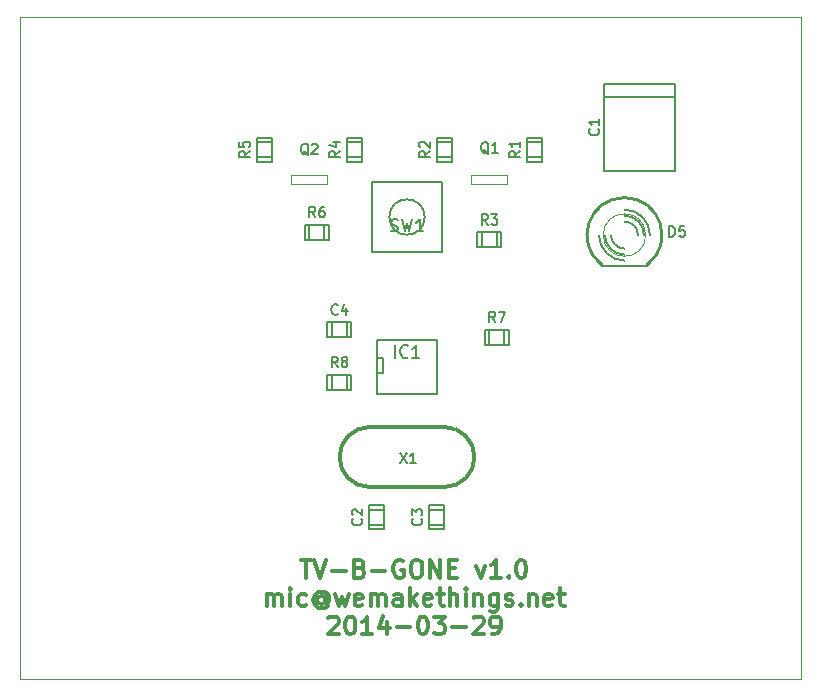
<source format=gto>
G04 (created by PCBNEW (2013-mar-13)-testing) date Sat 29 Mar 2014 06:27:09 PM CET*
%MOIN*%
G04 Gerber Fmt 3.4, Leading zero omitted, Abs format*
%FSLAX34Y34*%
G01*
G70*
G90*
G04 APERTURE LIST*
%ADD10C,0.005906*%
%ADD11C,0.011811*%
%ADD12C,0.003937*%
%ADD13C,0.005000*%
%ADD14C,0.004700*%
%ADD15C,0.008000*%
%ADD16C,0.003000*%
%ADD17C,0.010000*%
%ADD18C,0.006000*%
%ADD19C,0.012500*%
G04 APERTURE END LIST*
G54D10*
G54D11*
X42467Y-46426D02*
X42805Y-46426D01*
X42636Y-47017D02*
X42636Y-46426D01*
X42917Y-46426D02*
X43114Y-47017D01*
X43311Y-46426D01*
X43508Y-46792D02*
X43958Y-46792D01*
X44436Y-46707D02*
X44520Y-46735D01*
X44548Y-46764D01*
X44576Y-46820D01*
X44576Y-46904D01*
X44548Y-46960D01*
X44520Y-46989D01*
X44464Y-47017D01*
X44239Y-47017D01*
X44239Y-46426D01*
X44436Y-46426D01*
X44492Y-46454D01*
X44520Y-46482D01*
X44548Y-46539D01*
X44548Y-46595D01*
X44520Y-46651D01*
X44492Y-46679D01*
X44436Y-46707D01*
X44239Y-46707D01*
X44829Y-46792D02*
X45279Y-46792D01*
X45870Y-46454D02*
X45814Y-46426D01*
X45729Y-46426D01*
X45645Y-46454D01*
X45589Y-46510D01*
X45561Y-46567D01*
X45532Y-46679D01*
X45532Y-46764D01*
X45561Y-46876D01*
X45589Y-46932D01*
X45645Y-46989D01*
X45729Y-47017D01*
X45785Y-47017D01*
X45870Y-46989D01*
X45898Y-46960D01*
X45898Y-46764D01*
X45785Y-46764D01*
X46264Y-46426D02*
X46376Y-46426D01*
X46432Y-46454D01*
X46489Y-46510D01*
X46517Y-46623D01*
X46517Y-46820D01*
X46489Y-46932D01*
X46432Y-46989D01*
X46376Y-47017D01*
X46264Y-47017D01*
X46207Y-46989D01*
X46151Y-46932D01*
X46123Y-46820D01*
X46123Y-46623D01*
X46151Y-46510D01*
X46207Y-46454D01*
X46264Y-46426D01*
X46770Y-47017D02*
X46770Y-46426D01*
X47107Y-47017D01*
X47107Y-46426D01*
X47388Y-46707D02*
X47585Y-46707D01*
X47670Y-47017D02*
X47388Y-47017D01*
X47388Y-46426D01*
X47670Y-46426D01*
X48316Y-46623D02*
X48457Y-47017D01*
X48598Y-46623D01*
X49132Y-47017D02*
X48794Y-47017D01*
X48963Y-47017D02*
X48963Y-46426D01*
X48907Y-46510D01*
X48851Y-46567D01*
X48794Y-46595D01*
X49385Y-46960D02*
X49413Y-46989D01*
X49385Y-47017D01*
X49357Y-46989D01*
X49385Y-46960D01*
X49385Y-47017D01*
X49779Y-46426D02*
X49835Y-46426D01*
X49891Y-46454D01*
X49919Y-46482D01*
X49947Y-46539D01*
X49976Y-46651D01*
X49976Y-46792D01*
X49947Y-46904D01*
X49919Y-46960D01*
X49891Y-46989D01*
X49835Y-47017D01*
X49779Y-47017D01*
X49723Y-46989D01*
X49694Y-46960D01*
X49666Y-46904D01*
X49638Y-46792D01*
X49638Y-46651D01*
X49666Y-46539D01*
X49694Y-46482D01*
X49723Y-46454D01*
X49779Y-46426D01*
X41328Y-47962D02*
X41328Y-47568D01*
X41328Y-47624D02*
X41356Y-47596D01*
X41413Y-47568D01*
X41497Y-47568D01*
X41553Y-47596D01*
X41581Y-47652D01*
X41581Y-47962D01*
X41581Y-47652D02*
X41609Y-47596D01*
X41666Y-47568D01*
X41750Y-47568D01*
X41806Y-47596D01*
X41834Y-47652D01*
X41834Y-47962D01*
X42116Y-47962D02*
X42116Y-47568D01*
X42116Y-47371D02*
X42088Y-47399D01*
X42116Y-47427D01*
X42144Y-47399D01*
X42116Y-47371D01*
X42116Y-47427D01*
X42650Y-47933D02*
X42594Y-47962D01*
X42481Y-47962D01*
X42425Y-47933D01*
X42397Y-47905D01*
X42369Y-47849D01*
X42369Y-47680D01*
X42397Y-47624D01*
X42425Y-47596D01*
X42481Y-47568D01*
X42594Y-47568D01*
X42650Y-47596D01*
X43269Y-47680D02*
X43241Y-47652D01*
X43184Y-47624D01*
X43128Y-47624D01*
X43072Y-47652D01*
X43044Y-47680D01*
X43016Y-47737D01*
X43016Y-47793D01*
X43044Y-47849D01*
X43072Y-47877D01*
X43128Y-47905D01*
X43184Y-47905D01*
X43241Y-47877D01*
X43269Y-47849D01*
X43269Y-47624D02*
X43269Y-47849D01*
X43297Y-47877D01*
X43325Y-47877D01*
X43381Y-47849D01*
X43409Y-47793D01*
X43409Y-47652D01*
X43353Y-47568D01*
X43269Y-47512D01*
X43156Y-47483D01*
X43044Y-47512D01*
X42959Y-47568D01*
X42903Y-47652D01*
X42875Y-47765D01*
X42903Y-47877D01*
X42959Y-47962D01*
X43044Y-48018D01*
X43156Y-48046D01*
X43269Y-48018D01*
X43353Y-47962D01*
X43606Y-47568D02*
X43719Y-47962D01*
X43831Y-47680D01*
X43944Y-47962D01*
X44056Y-47568D01*
X44506Y-47933D02*
X44450Y-47962D01*
X44337Y-47962D01*
X44281Y-47933D01*
X44253Y-47877D01*
X44253Y-47652D01*
X44281Y-47596D01*
X44337Y-47568D01*
X44450Y-47568D01*
X44506Y-47596D01*
X44534Y-47652D01*
X44534Y-47708D01*
X44253Y-47765D01*
X44787Y-47962D02*
X44787Y-47568D01*
X44787Y-47624D02*
X44815Y-47596D01*
X44872Y-47568D01*
X44956Y-47568D01*
X45012Y-47596D01*
X45040Y-47652D01*
X45040Y-47962D01*
X45040Y-47652D02*
X45068Y-47596D01*
X45125Y-47568D01*
X45209Y-47568D01*
X45265Y-47596D01*
X45293Y-47652D01*
X45293Y-47962D01*
X45828Y-47962D02*
X45828Y-47652D01*
X45800Y-47596D01*
X45743Y-47568D01*
X45631Y-47568D01*
X45575Y-47596D01*
X45828Y-47933D02*
X45771Y-47962D01*
X45631Y-47962D01*
X45575Y-47933D01*
X45546Y-47877D01*
X45546Y-47821D01*
X45575Y-47765D01*
X45631Y-47737D01*
X45771Y-47737D01*
X45828Y-47708D01*
X46109Y-47962D02*
X46109Y-47371D01*
X46165Y-47737D02*
X46334Y-47962D01*
X46334Y-47568D02*
X46109Y-47793D01*
X46812Y-47933D02*
X46756Y-47962D01*
X46643Y-47962D01*
X46587Y-47933D01*
X46559Y-47877D01*
X46559Y-47652D01*
X46587Y-47596D01*
X46643Y-47568D01*
X46756Y-47568D01*
X46812Y-47596D01*
X46840Y-47652D01*
X46840Y-47708D01*
X46559Y-47765D01*
X47009Y-47568D02*
X47234Y-47568D01*
X47093Y-47371D02*
X47093Y-47877D01*
X47121Y-47933D01*
X47178Y-47962D01*
X47234Y-47962D01*
X47431Y-47962D02*
X47431Y-47371D01*
X47684Y-47962D02*
X47684Y-47652D01*
X47656Y-47596D01*
X47599Y-47568D01*
X47515Y-47568D01*
X47459Y-47596D01*
X47431Y-47624D01*
X47965Y-47962D02*
X47965Y-47568D01*
X47965Y-47371D02*
X47937Y-47399D01*
X47965Y-47427D01*
X47993Y-47399D01*
X47965Y-47371D01*
X47965Y-47427D01*
X48246Y-47568D02*
X48246Y-47962D01*
X48246Y-47624D02*
X48274Y-47596D01*
X48330Y-47568D01*
X48415Y-47568D01*
X48471Y-47596D01*
X48499Y-47652D01*
X48499Y-47962D01*
X49034Y-47568D02*
X49034Y-48046D01*
X49005Y-48102D01*
X48977Y-48130D01*
X48921Y-48158D01*
X48837Y-48158D01*
X48780Y-48130D01*
X49034Y-47933D02*
X48977Y-47962D01*
X48865Y-47962D01*
X48809Y-47933D01*
X48780Y-47905D01*
X48752Y-47849D01*
X48752Y-47680D01*
X48780Y-47624D01*
X48809Y-47596D01*
X48865Y-47568D01*
X48977Y-47568D01*
X49034Y-47596D01*
X49287Y-47933D02*
X49343Y-47962D01*
X49455Y-47962D01*
X49512Y-47933D01*
X49540Y-47877D01*
X49540Y-47849D01*
X49512Y-47793D01*
X49455Y-47765D01*
X49371Y-47765D01*
X49315Y-47737D01*
X49287Y-47680D01*
X49287Y-47652D01*
X49315Y-47596D01*
X49371Y-47568D01*
X49455Y-47568D01*
X49512Y-47596D01*
X49793Y-47905D02*
X49821Y-47933D01*
X49793Y-47962D01*
X49765Y-47933D01*
X49793Y-47905D01*
X49793Y-47962D01*
X50074Y-47568D02*
X50074Y-47962D01*
X50074Y-47624D02*
X50102Y-47596D01*
X50158Y-47568D01*
X50243Y-47568D01*
X50299Y-47596D01*
X50327Y-47652D01*
X50327Y-47962D01*
X50833Y-47933D02*
X50777Y-47962D01*
X50665Y-47962D01*
X50608Y-47933D01*
X50580Y-47877D01*
X50580Y-47652D01*
X50608Y-47596D01*
X50665Y-47568D01*
X50777Y-47568D01*
X50833Y-47596D01*
X50861Y-47652D01*
X50861Y-47708D01*
X50580Y-47765D01*
X51030Y-47568D02*
X51255Y-47568D01*
X51115Y-47371D02*
X51115Y-47877D01*
X51143Y-47933D01*
X51199Y-47962D01*
X51255Y-47962D01*
X43381Y-48372D02*
X43409Y-48344D01*
X43465Y-48316D01*
X43606Y-48316D01*
X43662Y-48344D01*
X43690Y-48372D01*
X43719Y-48428D01*
X43719Y-48485D01*
X43690Y-48569D01*
X43353Y-48906D01*
X43719Y-48906D01*
X44084Y-48316D02*
X44140Y-48316D01*
X44197Y-48344D01*
X44225Y-48372D01*
X44253Y-48428D01*
X44281Y-48541D01*
X44281Y-48681D01*
X44253Y-48794D01*
X44225Y-48850D01*
X44197Y-48878D01*
X44140Y-48906D01*
X44084Y-48906D01*
X44028Y-48878D01*
X44000Y-48850D01*
X43972Y-48794D01*
X43944Y-48681D01*
X43944Y-48541D01*
X43972Y-48428D01*
X44000Y-48372D01*
X44028Y-48344D01*
X44084Y-48316D01*
X44843Y-48906D02*
X44506Y-48906D01*
X44675Y-48906D02*
X44675Y-48316D01*
X44618Y-48400D01*
X44562Y-48456D01*
X44506Y-48485D01*
X45350Y-48513D02*
X45350Y-48906D01*
X45209Y-48288D02*
X45068Y-48710D01*
X45434Y-48710D01*
X45659Y-48681D02*
X46109Y-48681D01*
X46503Y-48316D02*
X46559Y-48316D01*
X46615Y-48344D01*
X46643Y-48372D01*
X46671Y-48428D01*
X46699Y-48541D01*
X46699Y-48681D01*
X46671Y-48794D01*
X46643Y-48850D01*
X46615Y-48878D01*
X46559Y-48906D01*
X46503Y-48906D01*
X46446Y-48878D01*
X46418Y-48850D01*
X46390Y-48794D01*
X46362Y-48681D01*
X46362Y-48541D01*
X46390Y-48428D01*
X46418Y-48372D01*
X46446Y-48344D01*
X46503Y-48316D01*
X46896Y-48316D02*
X47262Y-48316D01*
X47065Y-48541D01*
X47149Y-48541D01*
X47206Y-48569D01*
X47234Y-48597D01*
X47262Y-48653D01*
X47262Y-48794D01*
X47234Y-48850D01*
X47206Y-48878D01*
X47149Y-48906D01*
X46981Y-48906D01*
X46924Y-48878D01*
X46896Y-48850D01*
X47515Y-48681D02*
X47965Y-48681D01*
X48218Y-48372D02*
X48246Y-48344D01*
X48302Y-48316D01*
X48443Y-48316D01*
X48499Y-48344D01*
X48527Y-48372D01*
X48555Y-48428D01*
X48555Y-48485D01*
X48527Y-48569D01*
X48190Y-48906D01*
X48555Y-48906D01*
X48837Y-48906D02*
X48949Y-48906D01*
X49005Y-48878D01*
X49034Y-48850D01*
X49090Y-48766D01*
X49118Y-48653D01*
X49118Y-48428D01*
X49090Y-48372D01*
X49062Y-48344D01*
X49005Y-48316D01*
X48893Y-48316D01*
X48837Y-48344D01*
X48809Y-48372D01*
X48780Y-48428D01*
X48780Y-48569D01*
X48809Y-48625D01*
X48837Y-48653D01*
X48893Y-48681D01*
X49005Y-48681D01*
X49062Y-48653D01*
X49090Y-48625D01*
X49118Y-48569D01*
G54D12*
X33106Y-28346D02*
X33106Y-50393D01*
X59143Y-28346D02*
X33106Y-28346D01*
X59143Y-50393D02*
X59143Y-28346D01*
X33106Y-50393D02*
X59143Y-50393D01*
G54D13*
X46590Y-35000D02*
G75*
G03X46590Y-35000I-590J0D01*
G74*
G01*
X47181Y-36181D02*
X44818Y-36181D01*
X44818Y-36181D02*
X44818Y-33818D01*
X44818Y-33818D02*
X47181Y-33818D01*
X47181Y-36181D02*
X47181Y-33818D01*
X45000Y-39100D02*
X47000Y-39100D01*
X47000Y-39100D02*
X47000Y-40900D01*
X47000Y-40900D02*
X45000Y-40900D01*
X45000Y-40900D02*
X45000Y-39100D01*
X45000Y-39700D02*
X45200Y-39700D01*
X45200Y-39700D02*
X45200Y-40200D01*
X45200Y-40200D02*
X45000Y-40200D01*
X43500Y-40750D02*
X43500Y-40250D01*
X44000Y-40750D02*
X44000Y-40260D01*
X44150Y-40750D02*
X43350Y-40750D01*
X43350Y-40750D02*
X43350Y-40250D01*
X43350Y-40250D02*
X44150Y-40250D01*
X44150Y-40250D02*
X44150Y-40750D01*
X49250Y-38750D02*
X49250Y-39250D01*
X48750Y-38750D02*
X48750Y-39240D01*
X48600Y-38750D02*
X49400Y-38750D01*
X49400Y-38750D02*
X49400Y-39250D01*
X49400Y-39250D02*
X48600Y-39250D01*
X48600Y-39250D02*
X48600Y-38750D01*
X42750Y-35750D02*
X42750Y-35250D01*
X43250Y-35750D02*
X43250Y-35260D01*
X43400Y-35750D02*
X42600Y-35750D01*
X42600Y-35750D02*
X42600Y-35250D01*
X42600Y-35250D02*
X43400Y-35250D01*
X43400Y-35250D02*
X43400Y-35750D01*
X41000Y-32500D02*
X41500Y-32500D01*
X41000Y-33000D02*
X41490Y-33000D01*
X41000Y-33150D02*
X41000Y-32350D01*
X41000Y-32350D02*
X41500Y-32350D01*
X41500Y-32350D02*
X41500Y-33150D01*
X41500Y-33150D02*
X41000Y-33150D01*
X44000Y-32500D02*
X44500Y-32500D01*
X44000Y-33000D02*
X44490Y-33000D01*
X44000Y-33150D02*
X44000Y-32350D01*
X44000Y-32350D02*
X44500Y-32350D01*
X44500Y-32350D02*
X44500Y-33150D01*
X44500Y-33150D02*
X44000Y-33150D01*
X48500Y-36000D02*
X48500Y-35500D01*
X49000Y-36000D02*
X49000Y-35510D01*
X49150Y-36000D02*
X48350Y-36000D01*
X48350Y-36000D02*
X48350Y-35500D01*
X48350Y-35500D02*
X49150Y-35500D01*
X49150Y-35500D02*
X49150Y-36000D01*
X47000Y-32500D02*
X47500Y-32500D01*
X47000Y-33000D02*
X47490Y-33000D01*
X47000Y-33150D02*
X47000Y-32350D01*
X47000Y-32350D02*
X47500Y-32350D01*
X47500Y-32350D02*
X47500Y-33150D01*
X47500Y-33150D02*
X47000Y-33150D01*
X50000Y-32500D02*
X50500Y-32500D01*
X50000Y-33000D02*
X50490Y-33000D01*
X50000Y-33150D02*
X50000Y-32350D01*
X50000Y-32350D02*
X50500Y-32350D01*
X50500Y-32350D02*
X50500Y-33150D01*
X50500Y-33150D02*
X50000Y-33150D01*
G54D14*
X43350Y-33900D02*
X42150Y-33900D01*
X42150Y-33900D02*
X42150Y-33600D01*
X42150Y-33600D02*
X43350Y-33600D01*
X43350Y-33600D02*
X43350Y-33900D01*
X49350Y-33900D02*
X48150Y-33900D01*
X48150Y-33900D02*
X48150Y-33600D01*
X48150Y-33600D02*
X49350Y-33600D01*
X49350Y-33600D02*
X49350Y-33900D01*
G54D15*
X52500Y-36620D02*
X54000Y-36620D01*
G54D16*
X53957Y-35600D02*
G75*
G03X53957Y-35600I-707J0D01*
G74*
G01*
G54D17*
X54001Y-36599D02*
G75*
G03X52500Y-36600I-751J999D01*
G74*
G01*
G54D18*
X53700Y-35600D02*
G75*
G03X53250Y-35150I-450J0D01*
G74*
G01*
X52800Y-35600D02*
G75*
G03X53250Y-36050I450J0D01*
G74*
G01*
X53900Y-35600D02*
G75*
G03X53250Y-34950I-650J0D01*
G74*
G01*
X52600Y-35600D02*
G75*
G03X53250Y-36250I650J0D01*
G74*
G01*
X54100Y-35600D02*
G75*
G03X53250Y-34750I-850J0D01*
G74*
G01*
X52400Y-35600D02*
G75*
G03X53250Y-36450I850J0D01*
G74*
G01*
G54D13*
X44000Y-38500D02*
X44000Y-39000D01*
X43500Y-38500D02*
X43500Y-38990D01*
X43350Y-38500D02*
X44150Y-38500D01*
X44150Y-38500D02*
X44150Y-39000D01*
X44150Y-39000D02*
X43350Y-39000D01*
X43350Y-39000D02*
X43350Y-38500D01*
X46750Y-44750D02*
X47250Y-44750D01*
X46750Y-45250D02*
X47240Y-45250D01*
X46750Y-45400D02*
X46750Y-44600D01*
X46750Y-44600D02*
X47250Y-44600D01*
X47250Y-44600D02*
X47250Y-45400D01*
X47250Y-45400D02*
X46750Y-45400D01*
X44750Y-44750D02*
X45250Y-44750D01*
X44750Y-45250D02*
X45240Y-45250D01*
X44750Y-45400D02*
X44750Y-44600D01*
X44750Y-44600D02*
X45250Y-44600D01*
X45250Y-44600D02*
X45250Y-45400D01*
X45250Y-45400D02*
X44750Y-45400D01*
X52575Y-30550D02*
X54925Y-30550D01*
X54925Y-31000D02*
X52575Y-31000D01*
X52575Y-33450D02*
X54925Y-33450D01*
X54925Y-33450D02*
X54925Y-30550D01*
X52575Y-30550D02*
X52575Y-33450D01*
G54D19*
X44750Y-44000D02*
X47250Y-44000D01*
X44750Y-42000D02*
X47250Y-42000D01*
X48250Y-43000D02*
G75*
G03X47250Y-42000I-1000J0D01*
G74*
G01*
X47250Y-44000D02*
G75*
G03X48250Y-43000I0J1000D01*
G74*
G01*
X44750Y-42000D02*
G75*
G03X43750Y-43000I0J-1000D01*
G74*
G01*
X43750Y-43000D02*
G75*
G03X44750Y-44000I1000J0D01*
G74*
G01*
G54D15*
X45466Y-35461D02*
X45523Y-35480D01*
X45619Y-35480D01*
X45657Y-35461D01*
X45676Y-35442D01*
X45695Y-35404D01*
X45695Y-35366D01*
X45676Y-35328D01*
X45657Y-35309D01*
X45619Y-35290D01*
X45542Y-35271D01*
X45504Y-35252D01*
X45485Y-35233D01*
X45466Y-35195D01*
X45466Y-35157D01*
X45485Y-35119D01*
X45504Y-35100D01*
X45542Y-35080D01*
X45638Y-35080D01*
X45695Y-35100D01*
X45828Y-35080D02*
X45923Y-35480D01*
X46000Y-35195D01*
X46076Y-35480D01*
X46171Y-35080D01*
X46533Y-35480D02*
X46304Y-35480D01*
X46419Y-35480D02*
X46419Y-35080D01*
X46380Y-35138D01*
X46342Y-35176D01*
X46304Y-35195D01*
G54D13*
X45609Y-39703D02*
X45609Y-39253D01*
X46028Y-39660D02*
X46009Y-39682D01*
X45952Y-39703D01*
X45914Y-39703D01*
X45857Y-39682D01*
X45819Y-39639D01*
X45800Y-39596D01*
X45780Y-39510D01*
X45780Y-39446D01*
X45800Y-39360D01*
X45819Y-39317D01*
X45857Y-39275D01*
X45914Y-39253D01*
X45952Y-39253D01*
X46009Y-39275D01*
X46028Y-39296D01*
X46409Y-39703D02*
X46180Y-39703D01*
X46295Y-39703D02*
X46295Y-39253D01*
X46257Y-39317D01*
X46219Y-39360D01*
X46180Y-39382D01*
G54D10*
X43693Y-40003D02*
X43580Y-39841D01*
X43499Y-40003D02*
X43499Y-39663D01*
X43628Y-39663D01*
X43660Y-39680D01*
X43677Y-39696D01*
X43693Y-39728D01*
X43693Y-39777D01*
X43677Y-39809D01*
X43660Y-39825D01*
X43628Y-39841D01*
X43499Y-39841D01*
X43887Y-39809D02*
X43855Y-39793D01*
X43839Y-39777D01*
X43822Y-39744D01*
X43822Y-39728D01*
X43839Y-39696D01*
X43855Y-39680D01*
X43887Y-39663D01*
X43952Y-39663D01*
X43984Y-39680D01*
X44000Y-39696D01*
X44017Y-39728D01*
X44017Y-39744D01*
X44000Y-39777D01*
X43984Y-39793D01*
X43952Y-39809D01*
X43887Y-39809D01*
X43855Y-39825D01*
X43839Y-39841D01*
X43822Y-39874D01*
X43822Y-39939D01*
X43839Y-39971D01*
X43855Y-39987D01*
X43887Y-40003D01*
X43952Y-40003D01*
X43984Y-39987D01*
X44000Y-39971D01*
X44017Y-39939D01*
X44017Y-39874D01*
X44000Y-39841D01*
X43984Y-39825D01*
X43952Y-39809D01*
X48943Y-38503D02*
X48830Y-38341D01*
X48749Y-38503D02*
X48749Y-38163D01*
X48878Y-38163D01*
X48910Y-38180D01*
X48927Y-38196D01*
X48943Y-38228D01*
X48943Y-38277D01*
X48927Y-38309D01*
X48910Y-38325D01*
X48878Y-38341D01*
X48749Y-38341D01*
X49056Y-38163D02*
X49283Y-38163D01*
X49137Y-38503D01*
X42943Y-35003D02*
X42830Y-34841D01*
X42749Y-35003D02*
X42749Y-34663D01*
X42878Y-34663D01*
X42910Y-34680D01*
X42927Y-34696D01*
X42943Y-34728D01*
X42943Y-34777D01*
X42927Y-34809D01*
X42910Y-34825D01*
X42878Y-34841D01*
X42749Y-34841D01*
X43234Y-34663D02*
X43170Y-34663D01*
X43137Y-34680D01*
X43121Y-34696D01*
X43089Y-34744D01*
X43072Y-34809D01*
X43072Y-34939D01*
X43089Y-34971D01*
X43105Y-34987D01*
X43137Y-35003D01*
X43202Y-35003D01*
X43234Y-34987D01*
X43250Y-34971D01*
X43267Y-34939D01*
X43267Y-34858D01*
X43250Y-34825D01*
X43234Y-34809D01*
X43202Y-34793D01*
X43137Y-34793D01*
X43105Y-34809D01*
X43089Y-34825D01*
X43072Y-34858D01*
X40753Y-32806D02*
X40591Y-32920D01*
X40753Y-33000D02*
X40413Y-33000D01*
X40413Y-32871D01*
X40430Y-32839D01*
X40446Y-32822D01*
X40478Y-32806D01*
X40527Y-32806D01*
X40559Y-32822D01*
X40575Y-32839D01*
X40591Y-32871D01*
X40591Y-33000D01*
X40413Y-32499D02*
X40413Y-32660D01*
X40575Y-32677D01*
X40559Y-32660D01*
X40543Y-32628D01*
X40543Y-32547D01*
X40559Y-32515D01*
X40575Y-32499D01*
X40608Y-32482D01*
X40689Y-32482D01*
X40721Y-32499D01*
X40737Y-32515D01*
X40753Y-32547D01*
X40753Y-32628D01*
X40737Y-32660D01*
X40721Y-32677D01*
X43753Y-32806D02*
X43591Y-32920D01*
X43753Y-33000D02*
X43413Y-33000D01*
X43413Y-32871D01*
X43430Y-32839D01*
X43446Y-32822D01*
X43478Y-32806D01*
X43527Y-32806D01*
X43559Y-32822D01*
X43575Y-32839D01*
X43591Y-32871D01*
X43591Y-33000D01*
X43527Y-32515D02*
X43753Y-32515D01*
X43397Y-32596D02*
X43640Y-32677D01*
X43640Y-32466D01*
X48693Y-35253D02*
X48580Y-35091D01*
X48499Y-35253D02*
X48499Y-34913D01*
X48628Y-34913D01*
X48660Y-34930D01*
X48677Y-34946D01*
X48693Y-34978D01*
X48693Y-35027D01*
X48677Y-35059D01*
X48660Y-35075D01*
X48628Y-35091D01*
X48499Y-35091D01*
X48806Y-34913D02*
X49017Y-34913D01*
X48903Y-35043D01*
X48952Y-35043D01*
X48984Y-35059D01*
X49000Y-35075D01*
X49017Y-35108D01*
X49017Y-35189D01*
X49000Y-35221D01*
X48984Y-35237D01*
X48952Y-35253D01*
X48855Y-35253D01*
X48822Y-35237D01*
X48806Y-35221D01*
X46753Y-32806D02*
X46591Y-32920D01*
X46753Y-33000D02*
X46413Y-33000D01*
X46413Y-32871D01*
X46430Y-32839D01*
X46446Y-32822D01*
X46478Y-32806D01*
X46527Y-32806D01*
X46559Y-32822D01*
X46575Y-32839D01*
X46591Y-32871D01*
X46591Y-33000D01*
X46446Y-32677D02*
X46430Y-32660D01*
X46413Y-32628D01*
X46413Y-32547D01*
X46430Y-32515D01*
X46446Y-32499D01*
X46478Y-32482D01*
X46510Y-32482D01*
X46559Y-32499D01*
X46753Y-32693D01*
X46753Y-32482D01*
X49753Y-32806D02*
X49591Y-32920D01*
X49753Y-33000D02*
X49413Y-33000D01*
X49413Y-32871D01*
X49430Y-32839D01*
X49446Y-32822D01*
X49478Y-32806D01*
X49527Y-32806D01*
X49559Y-32822D01*
X49575Y-32839D01*
X49591Y-32871D01*
X49591Y-33000D01*
X49753Y-32482D02*
X49753Y-32677D01*
X49753Y-32580D02*
X49413Y-32580D01*
X49462Y-32612D01*
X49494Y-32644D01*
X49510Y-32677D01*
X42717Y-32936D02*
X42685Y-32920D01*
X42652Y-32887D01*
X42604Y-32839D01*
X42571Y-32822D01*
X42539Y-32822D01*
X42555Y-32903D02*
X42523Y-32887D01*
X42490Y-32855D01*
X42474Y-32790D01*
X42474Y-32677D01*
X42490Y-32612D01*
X42523Y-32580D01*
X42555Y-32563D01*
X42620Y-32563D01*
X42652Y-32580D01*
X42685Y-32612D01*
X42701Y-32677D01*
X42701Y-32790D01*
X42685Y-32855D01*
X42652Y-32887D01*
X42620Y-32903D01*
X42555Y-32903D01*
X42830Y-32596D02*
X42847Y-32580D01*
X42879Y-32563D01*
X42960Y-32563D01*
X42992Y-32580D01*
X43009Y-32596D01*
X43025Y-32628D01*
X43025Y-32660D01*
X43009Y-32709D01*
X42814Y-32903D01*
X43025Y-32903D01*
X48717Y-32886D02*
X48685Y-32870D01*
X48652Y-32837D01*
X48604Y-32789D01*
X48571Y-32772D01*
X48539Y-32772D01*
X48555Y-32853D02*
X48523Y-32837D01*
X48490Y-32805D01*
X48474Y-32740D01*
X48474Y-32627D01*
X48490Y-32562D01*
X48523Y-32530D01*
X48555Y-32513D01*
X48620Y-32513D01*
X48652Y-32530D01*
X48685Y-32562D01*
X48701Y-32627D01*
X48701Y-32740D01*
X48685Y-32805D01*
X48652Y-32837D01*
X48620Y-32853D01*
X48555Y-32853D01*
X49025Y-32853D02*
X48830Y-32853D01*
X48928Y-32853D02*
X48928Y-32513D01*
X48895Y-32562D01*
X48863Y-32594D01*
X48830Y-32610D01*
X54749Y-35653D02*
X54749Y-35313D01*
X54830Y-35313D01*
X54878Y-35330D01*
X54910Y-35362D01*
X54927Y-35394D01*
X54943Y-35459D01*
X54943Y-35508D01*
X54927Y-35572D01*
X54910Y-35605D01*
X54878Y-35637D01*
X54830Y-35653D01*
X54749Y-35653D01*
X55250Y-35313D02*
X55089Y-35313D01*
X55072Y-35475D01*
X55089Y-35459D01*
X55121Y-35443D01*
X55202Y-35443D01*
X55234Y-35459D01*
X55250Y-35475D01*
X55267Y-35508D01*
X55267Y-35589D01*
X55250Y-35621D01*
X55234Y-35637D01*
X55202Y-35653D01*
X55121Y-35653D01*
X55089Y-35637D01*
X55072Y-35621D01*
X43693Y-38221D02*
X43677Y-38237D01*
X43628Y-38253D01*
X43596Y-38253D01*
X43547Y-38237D01*
X43515Y-38205D01*
X43499Y-38172D01*
X43482Y-38108D01*
X43482Y-38059D01*
X43499Y-37994D01*
X43515Y-37962D01*
X43547Y-37930D01*
X43596Y-37913D01*
X43628Y-37913D01*
X43677Y-37930D01*
X43693Y-37946D01*
X43984Y-38027D02*
X43984Y-38253D01*
X43903Y-37897D02*
X43822Y-38140D01*
X44033Y-38140D01*
X46471Y-45056D02*
X46487Y-45072D01*
X46503Y-45121D01*
X46503Y-45153D01*
X46487Y-45202D01*
X46455Y-45234D01*
X46422Y-45250D01*
X46358Y-45267D01*
X46309Y-45267D01*
X46244Y-45250D01*
X46212Y-45234D01*
X46180Y-45202D01*
X46163Y-45153D01*
X46163Y-45121D01*
X46180Y-45072D01*
X46196Y-45056D01*
X46163Y-44943D02*
X46163Y-44732D01*
X46293Y-44846D01*
X46293Y-44797D01*
X46309Y-44765D01*
X46325Y-44749D01*
X46358Y-44732D01*
X46439Y-44732D01*
X46471Y-44749D01*
X46487Y-44765D01*
X46503Y-44797D01*
X46503Y-44894D01*
X46487Y-44927D01*
X46471Y-44943D01*
X44471Y-45056D02*
X44487Y-45072D01*
X44503Y-45121D01*
X44503Y-45153D01*
X44487Y-45202D01*
X44455Y-45234D01*
X44422Y-45250D01*
X44358Y-45267D01*
X44309Y-45267D01*
X44244Y-45250D01*
X44212Y-45234D01*
X44180Y-45202D01*
X44163Y-45153D01*
X44163Y-45121D01*
X44180Y-45072D01*
X44196Y-45056D01*
X44196Y-44927D02*
X44180Y-44910D01*
X44163Y-44878D01*
X44163Y-44797D01*
X44180Y-44765D01*
X44196Y-44749D01*
X44228Y-44732D01*
X44260Y-44732D01*
X44309Y-44749D01*
X44503Y-44943D01*
X44503Y-44732D01*
X52371Y-32056D02*
X52387Y-32072D01*
X52403Y-32121D01*
X52403Y-32153D01*
X52387Y-32202D01*
X52355Y-32234D01*
X52322Y-32250D01*
X52258Y-32267D01*
X52209Y-32267D01*
X52144Y-32250D01*
X52112Y-32234D01*
X52080Y-32202D01*
X52063Y-32153D01*
X52063Y-32121D01*
X52080Y-32072D01*
X52096Y-32056D01*
X52403Y-31732D02*
X52403Y-31927D01*
X52403Y-31830D02*
X52063Y-31830D01*
X52112Y-31862D01*
X52144Y-31894D01*
X52160Y-31927D01*
X45774Y-42863D02*
X46001Y-43203D01*
X46001Y-42863D02*
X45774Y-43203D01*
X46309Y-43203D02*
X46114Y-43203D01*
X46211Y-43203D02*
X46211Y-42863D01*
X46179Y-42912D01*
X46147Y-42944D01*
X46114Y-42960D01*
M02*

</source>
